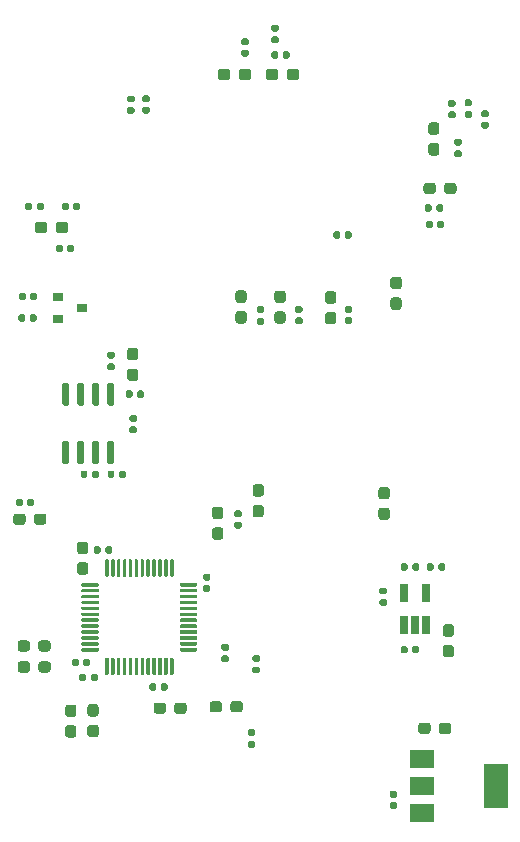
<source format=gbr>
%TF.GenerationSoftware,KiCad,Pcbnew,(5.1.6-0-10_14)*%
%TF.CreationDate,2020-12-05T10:50:09+01:00*%
%TF.ProjectId,Mys,4d79732e-6b69-4636-9164-5f7063625858,rev?*%
%TF.SameCoordinates,PX223cd58PY13c0734*%
%TF.FileFunction,Paste,Top*%
%TF.FilePolarity,Positive*%
%FSLAX46Y46*%
G04 Gerber Fmt 4.6, Leading zero omitted, Abs format (unit mm)*
G04 Created by KiCad (PCBNEW (5.1.6-0-10_14)) date 2020-12-05 10:50:09*
%MOMM*%
%LPD*%
G01*
G04 APERTURE LIST*
%ADD10R,0.900000X0.800000*%
%ADD11R,2.000000X1.500000*%
%ADD12R,2.000000X3.800000*%
%ADD13R,0.650000X1.560000*%
G04 APERTURE END LIST*
%TO.C,C33*%
G36*
G01*
X-625000Y-41962500D02*
X-625000Y-42437500D01*
G75*
G02*
X-862500Y-42675000I-237500J0D01*
G01*
X-1437500Y-42675000D01*
G75*
G02*
X-1675000Y-42437500I0J237500D01*
G01*
X-1675000Y-41962500D01*
G75*
G02*
X-1437500Y-41725000I237500J0D01*
G01*
X-862500Y-41725000D01*
G75*
G02*
X-625000Y-41962500I0J-237500D01*
G01*
G37*
G36*
G01*
X1125000Y-41962500D02*
X1125000Y-42437500D01*
G75*
G02*
X887500Y-42675000I-237500J0D01*
G01*
X312500Y-42675000D01*
G75*
G02*
X75000Y-42437500I0J237500D01*
G01*
X75000Y-41962500D01*
G75*
G02*
X312500Y-41725000I237500J0D01*
G01*
X887500Y-41725000D01*
G75*
G02*
X1125000Y-41962500I0J-237500D01*
G01*
G37*
%TD*%
%TO.C,C32*%
G36*
G01*
X-875000Y-40627500D02*
X-875000Y-40972500D01*
G75*
G02*
X-1022500Y-41120000I-147500J0D01*
G01*
X-1317500Y-41120000D01*
G75*
G02*
X-1465000Y-40972500I0J147500D01*
G01*
X-1465000Y-40627500D01*
G75*
G02*
X-1317500Y-40480000I147500J0D01*
G01*
X-1022500Y-40480000D01*
G75*
G02*
X-875000Y-40627500I0J-147500D01*
G01*
G37*
G36*
G01*
X95000Y-40627500D02*
X95000Y-40972500D01*
G75*
G02*
X-52500Y-41120000I-147500J0D01*
G01*
X-347500Y-41120000D01*
G75*
G02*
X-495000Y-40972500I0J147500D01*
G01*
X-495000Y-40627500D01*
G75*
G02*
X-347500Y-40480000I147500J0D01*
G01*
X-52500Y-40480000D01*
G75*
G02*
X95000Y-40627500I0J-147500D01*
G01*
G37*
%TD*%
%TO.C,U4*%
G36*
G01*
X6415500Y-35587500D02*
X6715500Y-35587500D01*
G75*
G02*
X6865500Y-35737500I0J-150000D01*
G01*
X6865500Y-37387500D01*
G75*
G02*
X6715500Y-37537500I-150000J0D01*
G01*
X6415500Y-37537500D01*
G75*
G02*
X6265500Y-37387500I0J150000D01*
G01*
X6265500Y-35737500D01*
G75*
G02*
X6415500Y-35587500I150000J0D01*
G01*
G37*
G36*
G01*
X5145500Y-35587500D02*
X5445500Y-35587500D01*
G75*
G02*
X5595500Y-35737500I0J-150000D01*
G01*
X5595500Y-37387500D01*
G75*
G02*
X5445500Y-37537500I-150000J0D01*
G01*
X5145500Y-37537500D01*
G75*
G02*
X4995500Y-37387500I0J150000D01*
G01*
X4995500Y-35737500D01*
G75*
G02*
X5145500Y-35587500I150000J0D01*
G01*
G37*
G36*
G01*
X3875500Y-35587500D02*
X4175500Y-35587500D01*
G75*
G02*
X4325500Y-35737500I0J-150000D01*
G01*
X4325500Y-37387500D01*
G75*
G02*
X4175500Y-37537500I-150000J0D01*
G01*
X3875500Y-37537500D01*
G75*
G02*
X3725500Y-37387500I0J150000D01*
G01*
X3725500Y-35737500D01*
G75*
G02*
X3875500Y-35587500I150000J0D01*
G01*
G37*
G36*
G01*
X2605500Y-35587500D02*
X2905500Y-35587500D01*
G75*
G02*
X3055500Y-35737500I0J-150000D01*
G01*
X3055500Y-37387500D01*
G75*
G02*
X2905500Y-37537500I-150000J0D01*
G01*
X2605500Y-37537500D01*
G75*
G02*
X2455500Y-37387500I0J150000D01*
G01*
X2455500Y-35737500D01*
G75*
G02*
X2605500Y-35587500I150000J0D01*
G01*
G37*
G36*
G01*
X2605500Y-30637500D02*
X2905500Y-30637500D01*
G75*
G02*
X3055500Y-30787500I0J-150000D01*
G01*
X3055500Y-32437500D01*
G75*
G02*
X2905500Y-32587500I-150000J0D01*
G01*
X2605500Y-32587500D01*
G75*
G02*
X2455500Y-32437500I0J150000D01*
G01*
X2455500Y-30787500D01*
G75*
G02*
X2605500Y-30637500I150000J0D01*
G01*
G37*
G36*
G01*
X3875500Y-30637500D02*
X4175500Y-30637500D01*
G75*
G02*
X4325500Y-30787500I0J-150000D01*
G01*
X4325500Y-32437500D01*
G75*
G02*
X4175500Y-32587500I-150000J0D01*
G01*
X3875500Y-32587500D01*
G75*
G02*
X3725500Y-32437500I0J150000D01*
G01*
X3725500Y-30787500D01*
G75*
G02*
X3875500Y-30637500I150000J0D01*
G01*
G37*
G36*
G01*
X5145500Y-30637500D02*
X5445500Y-30637500D01*
G75*
G02*
X5595500Y-30787500I0J-150000D01*
G01*
X5595500Y-32437500D01*
G75*
G02*
X5445500Y-32587500I-150000J0D01*
G01*
X5145500Y-32587500D01*
G75*
G02*
X4995500Y-32437500I0J150000D01*
G01*
X4995500Y-30787500D01*
G75*
G02*
X5145500Y-30637500I150000J0D01*
G01*
G37*
G36*
G01*
X6415500Y-30637500D02*
X6715500Y-30637500D01*
G75*
G02*
X6865500Y-30787500I0J-150000D01*
G01*
X6865500Y-32437500D01*
G75*
G02*
X6715500Y-32587500I-150000J0D01*
G01*
X6415500Y-32587500D01*
G75*
G02*
X6265500Y-32437500I0J150000D01*
G01*
X6265500Y-30787500D01*
G75*
G02*
X6415500Y-30637500I150000J0D01*
G01*
G37*
%TD*%
%TO.C,C1*%
G36*
G01*
X8107500Y-6327000D02*
X8452500Y-6327000D01*
G75*
G02*
X8600000Y-6474500I0J-147500D01*
G01*
X8600000Y-6769500D01*
G75*
G02*
X8452500Y-6917000I-147500J0D01*
G01*
X8107500Y-6917000D01*
G75*
G02*
X7960000Y-6769500I0J147500D01*
G01*
X7960000Y-6474500D01*
G75*
G02*
X8107500Y-6327000I147500J0D01*
G01*
G37*
G36*
G01*
X8107500Y-7297000D02*
X8452500Y-7297000D01*
G75*
G02*
X8600000Y-7444500I0J-147500D01*
G01*
X8600000Y-7739500D01*
G75*
G02*
X8452500Y-7887000I-147500J0D01*
G01*
X8107500Y-7887000D01*
G75*
G02*
X7960000Y-7739500I0J147500D01*
G01*
X7960000Y-7444500D01*
G75*
G02*
X8107500Y-7297000I147500J0D01*
G01*
G37*
%TD*%
%TO.C,C2*%
G36*
G01*
X20679000Y-24593000D02*
X21154000Y-24593000D01*
G75*
G02*
X21391500Y-24830500I0J-237500D01*
G01*
X21391500Y-25405500D01*
G75*
G02*
X21154000Y-25643000I-237500J0D01*
G01*
X20679000Y-25643000D01*
G75*
G02*
X20441500Y-25405500I0J237500D01*
G01*
X20441500Y-24830500D01*
G75*
G02*
X20679000Y-24593000I237500J0D01*
G01*
G37*
G36*
G01*
X20679000Y-22843000D02*
X21154000Y-22843000D01*
G75*
G02*
X21391500Y-23080500I0J-237500D01*
G01*
X21391500Y-23655500D01*
G75*
G02*
X21154000Y-23893000I-237500J0D01*
G01*
X20679000Y-23893000D01*
G75*
G02*
X20441500Y-23655500I0J237500D01*
G01*
X20441500Y-23080500D01*
G75*
G02*
X20679000Y-22843000I237500J0D01*
G01*
G37*
%TD*%
%TO.C,C3*%
G36*
G01*
X26547900Y-24134800D02*
X26892900Y-24134800D01*
G75*
G02*
X27040400Y-24282300I0J-147500D01*
G01*
X27040400Y-24577300D01*
G75*
G02*
X26892900Y-24724800I-147500J0D01*
G01*
X26547900Y-24724800D01*
G75*
G02*
X26400400Y-24577300I0J147500D01*
G01*
X26400400Y-24282300D01*
G75*
G02*
X26547900Y-24134800I147500J0D01*
G01*
G37*
G36*
G01*
X26547900Y-25104800D02*
X26892900Y-25104800D01*
G75*
G02*
X27040400Y-25252300I0J-147500D01*
G01*
X27040400Y-25547300D01*
G75*
G02*
X26892900Y-25694800I-147500J0D01*
G01*
X26547900Y-25694800D01*
G75*
G02*
X26400400Y-25547300I0J147500D01*
G01*
X26400400Y-25252300D01*
G75*
G02*
X26547900Y-25104800I147500J0D01*
G01*
G37*
%TD*%
%TO.C,C4*%
G36*
G01*
X30332500Y-66151200D02*
X30677500Y-66151200D01*
G75*
G02*
X30825000Y-66298700I0J-147500D01*
G01*
X30825000Y-66593700D01*
G75*
G02*
X30677500Y-66741200I-147500J0D01*
G01*
X30332500Y-66741200D01*
G75*
G02*
X30185000Y-66593700I0J147500D01*
G01*
X30185000Y-66298700D01*
G75*
G02*
X30332500Y-66151200I147500J0D01*
G01*
G37*
G36*
G01*
X30332500Y-65181200D02*
X30677500Y-65181200D01*
G75*
G02*
X30825000Y-65328700I0J-147500D01*
G01*
X30825000Y-65623700D01*
G75*
G02*
X30677500Y-65771200I-147500J0D01*
G01*
X30332500Y-65771200D01*
G75*
G02*
X30185000Y-65623700I0J147500D01*
G01*
X30185000Y-65328700D01*
G75*
G02*
X30332500Y-65181200I147500J0D01*
G01*
G37*
%TD*%
%TO.C,C5*%
G36*
G01*
X22331500Y-24147500D02*
X22676500Y-24147500D01*
G75*
G02*
X22824000Y-24295000I0J-147500D01*
G01*
X22824000Y-24590000D01*
G75*
G02*
X22676500Y-24737500I-147500J0D01*
G01*
X22331500Y-24737500D01*
G75*
G02*
X22184000Y-24590000I0J147500D01*
G01*
X22184000Y-24295000D01*
G75*
G02*
X22331500Y-24147500I147500J0D01*
G01*
G37*
G36*
G01*
X22331500Y-25117500D02*
X22676500Y-25117500D01*
G75*
G02*
X22824000Y-25265000I0J-147500D01*
G01*
X22824000Y-25560000D01*
G75*
G02*
X22676500Y-25707500I-147500J0D01*
G01*
X22331500Y-25707500D01*
G75*
G02*
X22184000Y-25560000I0J147500D01*
G01*
X22184000Y-25265000D01*
G75*
G02*
X22331500Y-25117500I147500J0D01*
G01*
G37*
%TD*%
%TO.C,C6*%
G36*
G01*
X24958900Y-22905200D02*
X25433900Y-22905200D01*
G75*
G02*
X25671400Y-23142700I0J-237500D01*
G01*
X25671400Y-23717700D01*
G75*
G02*
X25433900Y-23955200I-237500J0D01*
G01*
X24958900Y-23955200D01*
G75*
G02*
X24721400Y-23717700I0J237500D01*
G01*
X24721400Y-23142700D01*
G75*
G02*
X24958900Y-22905200I237500J0D01*
G01*
G37*
G36*
G01*
X24958900Y-24655200D02*
X25433900Y-24655200D01*
G75*
G02*
X25671400Y-24892700I0J-237500D01*
G01*
X25671400Y-25467700D01*
G75*
G02*
X25433900Y-25705200I-237500J0D01*
G01*
X24958900Y-25705200D01*
G75*
G02*
X24721400Y-25467700I0J237500D01*
G01*
X24721400Y-24892700D01*
G75*
G02*
X24958900Y-24655200I237500J0D01*
G01*
G37*
%TD*%
%TO.C,C7*%
G36*
G01*
X38079500Y-8544000D02*
X38424500Y-8544000D01*
G75*
G02*
X38572000Y-8691500I0J-147500D01*
G01*
X38572000Y-8986500D01*
G75*
G02*
X38424500Y-9134000I-147500J0D01*
G01*
X38079500Y-9134000D01*
G75*
G02*
X37932000Y-8986500I0J147500D01*
G01*
X37932000Y-8691500D01*
G75*
G02*
X38079500Y-8544000I147500J0D01*
G01*
G37*
G36*
G01*
X38079500Y-7574000D02*
X38424500Y-7574000D01*
G75*
G02*
X38572000Y-7721500I0J-147500D01*
G01*
X38572000Y-8016500D01*
G75*
G02*
X38424500Y-8164000I-147500J0D01*
G01*
X38079500Y-8164000D01*
G75*
G02*
X37932000Y-8016500I0J147500D01*
G01*
X37932000Y-7721500D01*
G75*
G02*
X38079500Y-7574000I147500J0D01*
G01*
G37*
%TD*%
%TO.C,C8*%
G36*
G01*
X32607660Y-60145880D02*
X32607660Y-59670880D01*
G75*
G02*
X32845160Y-59433380I237500J0D01*
G01*
X33420160Y-59433380D01*
G75*
G02*
X33657660Y-59670880I0J-237500D01*
G01*
X33657660Y-60145880D01*
G75*
G02*
X33420160Y-60383380I-237500J0D01*
G01*
X32845160Y-60383380D01*
G75*
G02*
X32607660Y-60145880I0J237500D01*
G01*
G37*
G36*
G01*
X34357660Y-60145880D02*
X34357660Y-59670880D01*
G75*
G02*
X34595160Y-59433380I237500J0D01*
G01*
X35170160Y-59433380D01*
G75*
G02*
X35407660Y-59670880I0J-237500D01*
G01*
X35407660Y-60145880D01*
G75*
G02*
X35170160Y-60383380I-237500J0D01*
G01*
X34595160Y-60383380D01*
G75*
G02*
X34357660Y-60145880I0J237500D01*
G01*
G37*
%TD*%
%TO.C,C9*%
G36*
G01*
X17377000Y-24579000D02*
X17852000Y-24579000D01*
G75*
G02*
X18089500Y-24816500I0J-237500D01*
G01*
X18089500Y-25391500D01*
G75*
G02*
X17852000Y-25629000I-237500J0D01*
G01*
X17377000Y-25629000D01*
G75*
G02*
X17139500Y-25391500I0J237500D01*
G01*
X17139500Y-24816500D01*
G75*
G02*
X17377000Y-24579000I237500J0D01*
G01*
G37*
G36*
G01*
X17377000Y-22829000D02*
X17852000Y-22829000D01*
G75*
G02*
X18089500Y-23066500I0J-237500D01*
G01*
X18089500Y-23641500D01*
G75*
G02*
X17852000Y-23879000I-237500J0D01*
G01*
X17377000Y-23879000D01*
G75*
G02*
X17139500Y-23641500I0J237500D01*
G01*
X17139500Y-23066500D01*
G75*
G02*
X17377000Y-22829000I237500J0D01*
G01*
G37*
%TD*%
%TO.C,C10*%
G36*
G01*
X19093000Y-24170500D02*
X19438000Y-24170500D01*
G75*
G02*
X19585500Y-24318000I0J-147500D01*
G01*
X19585500Y-24613000D01*
G75*
G02*
X19438000Y-24760500I-147500J0D01*
G01*
X19093000Y-24760500D01*
G75*
G02*
X18945500Y-24613000I0J147500D01*
G01*
X18945500Y-24318000D01*
G75*
G02*
X19093000Y-24170500I147500J0D01*
G01*
G37*
G36*
G01*
X19093000Y-25140500D02*
X19438000Y-25140500D01*
G75*
G02*
X19585500Y-25288000I0J-147500D01*
G01*
X19585500Y-25583000D01*
G75*
G02*
X19438000Y-25730500I-147500J0D01*
G01*
X19093000Y-25730500D01*
G75*
G02*
X18945500Y-25583000I0J147500D01*
G01*
X18945500Y-25288000D01*
G75*
G02*
X19093000Y-25140500I147500J0D01*
G01*
G37*
%TD*%
%TO.C,C11*%
G36*
G01*
X26020000Y-17960500D02*
X26020000Y-18305500D01*
G75*
G02*
X25872500Y-18453000I-147500J0D01*
G01*
X25577500Y-18453000D01*
G75*
G02*
X25430000Y-18305500I0J147500D01*
G01*
X25430000Y-17960500D01*
G75*
G02*
X25577500Y-17813000I147500J0D01*
G01*
X25872500Y-17813000D01*
G75*
G02*
X26020000Y-17960500I0J-147500D01*
G01*
G37*
G36*
G01*
X26990000Y-17960500D02*
X26990000Y-18305500D01*
G75*
G02*
X26842500Y-18453000I-147500J0D01*
G01*
X26547500Y-18453000D01*
G75*
G02*
X26400000Y-18305500I0J147500D01*
G01*
X26400000Y-17960500D01*
G75*
G02*
X26547500Y-17813000I147500J0D01*
G01*
X26842500Y-17813000D01*
G75*
G02*
X26990000Y-17960500I0J-147500D01*
G01*
G37*
%TD*%
%TO.C,C12*%
G36*
G01*
X32676780Y-53070920D02*
X32676780Y-53415920D01*
G75*
G02*
X32529280Y-53563420I-147500J0D01*
G01*
X32234280Y-53563420D01*
G75*
G02*
X32086780Y-53415920I0J147500D01*
G01*
X32086780Y-53070920D01*
G75*
G02*
X32234280Y-52923420I147500J0D01*
G01*
X32529280Y-52923420D01*
G75*
G02*
X32676780Y-53070920I0J-147500D01*
G01*
G37*
G36*
G01*
X31706780Y-53070920D02*
X31706780Y-53415920D01*
G75*
G02*
X31559280Y-53563420I-147500J0D01*
G01*
X31264280Y-53563420D01*
G75*
G02*
X31116780Y-53415920I0J147500D01*
G01*
X31116780Y-53070920D01*
G75*
G02*
X31264280Y-52923420I147500J0D01*
G01*
X31559280Y-52923420D01*
G75*
G02*
X31706780Y-53070920I0J-147500D01*
G01*
G37*
%TD*%
%TO.C,C13*%
G36*
G01*
X34228000Y-17416500D02*
X34228000Y-17071500D01*
G75*
G02*
X34375500Y-16924000I147500J0D01*
G01*
X34670500Y-16924000D01*
G75*
G02*
X34818000Y-17071500I0J-147500D01*
G01*
X34818000Y-17416500D01*
G75*
G02*
X34670500Y-17564000I-147500J0D01*
G01*
X34375500Y-17564000D01*
G75*
G02*
X34228000Y-17416500I0J147500D01*
G01*
G37*
G36*
G01*
X33258000Y-17416500D02*
X33258000Y-17071500D01*
G75*
G02*
X33405500Y-16924000I147500J0D01*
G01*
X33700500Y-16924000D01*
G75*
G02*
X33848000Y-17071500I0J-147500D01*
G01*
X33848000Y-17416500D01*
G75*
G02*
X33700500Y-17564000I-147500J0D01*
G01*
X33405500Y-17564000D01*
G75*
G02*
X33258000Y-17416500I0J147500D01*
G01*
G37*
%TD*%
%TO.C,C14*%
G36*
G01*
X17520300Y-42024600D02*
X17175300Y-42024600D01*
G75*
G02*
X17027800Y-41877100I0J147500D01*
G01*
X17027800Y-41582100D01*
G75*
G02*
X17175300Y-41434600I147500J0D01*
G01*
X17520300Y-41434600D01*
G75*
G02*
X17667800Y-41582100I0J-147500D01*
G01*
X17667800Y-41877100D01*
G75*
G02*
X17520300Y-42024600I-147500J0D01*
G01*
G37*
G36*
G01*
X17520300Y-42994600D02*
X17175300Y-42994600D01*
G75*
G02*
X17027800Y-42847100I0J147500D01*
G01*
X17027800Y-42552100D01*
G75*
G02*
X17175300Y-42404600I147500J0D01*
G01*
X17520300Y-42404600D01*
G75*
G02*
X17667800Y-42552100I0J-147500D01*
G01*
X17667800Y-42847100D01*
G75*
G02*
X17520300Y-42994600I-147500J0D01*
G01*
G37*
%TD*%
%TO.C,C15*%
G36*
G01*
X29824060Y-48570460D02*
X29479060Y-48570460D01*
G75*
G02*
X29331560Y-48422960I0J147500D01*
G01*
X29331560Y-48127960D01*
G75*
G02*
X29479060Y-47980460I147500J0D01*
G01*
X29824060Y-47980460D01*
G75*
G02*
X29971560Y-48127960I0J-147500D01*
G01*
X29971560Y-48422960D01*
G75*
G02*
X29824060Y-48570460I-147500J0D01*
G01*
G37*
G36*
G01*
X29824060Y-49540460D02*
X29479060Y-49540460D01*
G75*
G02*
X29331560Y-49392960I0J147500D01*
G01*
X29331560Y-49097960D01*
G75*
G02*
X29479060Y-48950460I147500J0D01*
G01*
X29824060Y-48950460D01*
G75*
G02*
X29971560Y-49097960I0J-147500D01*
G01*
X29971560Y-49392960D01*
G75*
G02*
X29824060Y-49540460I-147500J0D01*
G01*
G37*
%TD*%
%TO.C,C16*%
G36*
G01*
X15870800Y-43941100D02*
X15395800Y-43941100D01*
G75*
G02*
X15158300Y-43703600I0J237500D01*
G01*
X15158300Y-43128600D01*
G75*
G02*
X15395800Y-42891100I237500J0D01*
G01*
X15870800Y-42891100D01*
G75*
G02*
X16108300Y-43128600I0J-237500D01*
G01*
X16108300Y-43703600D01*
G75*
G02*
X15870800Y-43941100I-237500J0D01*
G01*
G37*
G36*
G01*
X15870800Y-42191100D02*
X15395800Y-42191100D01*
G75*
G02*
X15158300Y-41953600I0J237500D01*
G01*
X15158300Y-41378600D01*
G75*
G02*
X15395800Y-41141100I237500J0D01*
G01*
X15870800Y-41141100D01*
G75*
G02*
X16108300Y-41378600I0J-237500D01*
G01*
X16108300Y-41953600D01*
G75*
G02*
X15870800Y-42191100I-237500J0D01*
G01*
G37*
%TD*%
%TO.C,C17*%
G36*
G01*
X3980000Y-15547500D02*
X3980000Y-15892500D01*
G75*
G02*
X3832500Y-16040000I-147500J0D01*
G01*
X3537500Y-16040000D01*
G75*
G02*
X3390000Y-15892500I0J147500D01*
G01*
X3390000Y-15547500D01*
G75*
G02*
X3537500Y-15400000I147500J0D01*
G01*
X3832500Y-15400000D01*
G75*
G02*
X3980000Y-15547500I0J-147500D01*
G01*
G37*
G36*
G01*
X3010000Y-15547500D02*
X3010000Y-15892500D01*
G75*
G02*
X2862500Y-16040000I-147500J0D01*
G01*
X2567500Y-16040000D01*
G75*
G02*
X2420000Y-15892500I0J147500D01*
G01*
X2420000Y-15547500D01*
G75*
G02*
X2567500Y-15400000I147500J0D01*
G01*
X2862500Y-15400000D01*
G75*
G02*
X3010000Y-15547500I0J-147500D01*
G01*
G37*
%TD*%
%TO.C,C18*%
G36*
G01*
X8194900Y-27696600D02*
X8669900Y-27696600D01*
G75*
G02*
X8907400Y-27934100I0J-237500D01*
G01*
X8907400Y-28509100D01*
G75*
G02*
X8669900Y-28746600I-237500J0D01*
G01*
X8194900Y-28746600D01*
G75*
G02*
X7957400Y-28509100I0J237500D01*
G01*
X7957400Y-27934100D01*
G75*
G02*
X8194900Y-27696600I237500J0D01*
G01*
G37*
G36*
G01*
X8194900Y-29446600D02*
X8669900Y-29446600D01*
G75*
G02*
X8907400Y-29684100I0J-237500D01*
G01*
X8907400Y-30259100D01*
G75*
G02*
X8669900Y-30496600I-237500J0D01*
G01*
X8194900Y-30496600D01*
G75*
G02*
X7957400Y-30259100I0J237500D01*
G01*
X7957400Y-29684100D01*
G75*
G02*
X8194900Y-29446600I237500J0D01*
G01*
G37*
%TD*%
%TO.C,C19*%
G36*
G01*
X9400500Y-31440000D02*
X9400500Y-31785000D01*
G75*
G02*
X9253000Y-31932500I-147500J0D01*
G01*
X8958000Y-31932500D01*
G75*
G02*
X8810500Y-31785000I0J147500D01*
G01*
X8810500Y-31440000D01*
G75*
G02*
X8958000Y-31292500I147500J0D01*
G01*
X9253000Y-31292500D01*
G75*
G02*
X9400500Y-31440000I0J-147500D01*
G01*
G37*
G36*
G01*
X8430500Y-31440000D02*
X8430500Y-31785000D01*
G75*
G02*
X8283000Y-31932500I-147500J0D01*
G01*
X7988000Y-31932500D01*
G75*
G02*
X7840500Y-31785000I0J147500D01*
G01*
X7840500Y-31440000D01*
G75*
G02*
X7988000Y-31292500I147500J0D01*
G01*
X8283000Y-31292500D01*
G75*
G02*
X8430500Y-31440000I0J-147500D01*
G01*
G37*
%TD*%
%TO.C,C22*%
G36*
G01*
X6305000Y-38570000D02*
X6305000Y-38225000D01*
G75*
G02*
X6452500Y-38077500I147500J0D01*
G01*
X6747500Y-38077500D01*
G75*
G02*
X6895000Y-38225000I0J-147500D01*
G01*
X6895000Y-38570000D01*
G75*
G02*
X6747500Y-38717500I-147500J0D01*
G01*
X6452500Y-38717500D01*
G75*
G02*
X6305000Y-38570000I0J147500D01*
G01*
G37*
G36*
G01*
X7275000Y-38570000D02*
X7275000Y-38225000D01*
G75*
G02*
X7422500Y-38077500I147500J0D01*
G01*
X7717500Y-38077500D01*
G75*
G02*
X7865000Y-38225000I0J-147500D01*
G01*
X7865000Y-38570000D01*
G75*
G02*
X7717500Y-38717500I-147500J0D01*
G01*
X7422500Y-38717500D01*
G75*
G02*
X7275000Y-38570000I0J147500D01*
G01*
G37*
%TD*%
%TO.C,C23*%
G36*
G01*
X8298000Y-34342500D02*
X8643000Y-34342500D01*
G75*
G02*
X8790500Y-34490000I0J-147500D01*
G01*
X8790500Y-34785000D01*
G75*
G02*
X8643000Y-34932500I-147500J0D01*
G01*
X8298000Y-34932500D01*
G75*
G02*
X8150500Y-34785000I0J147500D01*
G01*
X8150500Y-34490000D01*
G75*
G02*
X8298000Y-34342500I147500J0D01*
G01*
G37*
G36*
G01*
X8298000Y-33372500D02*
X8643000Y-33372500D01*
G75*
G02*
X8790500Y-33520000I0J-147500D01*
G01*
X8790500Y-33815000D01*
G75*
G02*
X8643000Y-33962500I-147500J0D01*
G01*
X8298000Y-33962500D01*
G75*
G02*
X8150500Y-33815000I0J147500D01*
G01*
X8150500Y-33520000D01*
G75*
G02*
X8298000Y-33372500I147500J0D01*
G01*
G37*
%TD*%
%TO.C,C24*%
G36*
G01*
X18676000Y-61544500D02*
X18331000Y-61544500D01*
G75*
G02*
X18183500Y-61397000I0J147500D01*
G01*
X18183500Y-61102000D01*
G75*
G02*
X18331000Y-60954500I147500J0D01*
G01*
X18676000Y-60954500D01*
G75*
G02*
X18823500Y-61102000I0J-147500D01*
G01*
X18823500Y-61397000D01*
G75*
G02*
X18676000Y-61544500I-147500J0D01*
G01*
G37*
G36*
G01*
X18676000Y-60574500D02*
X18331000Y-60574500D01*
G75*
G02*
X18183500Y-60427000I0J147500D01*
G01*
X18183500Y-60132000D01*
G75*
G02*
X18331000Y-59984500I147500J0D01*
G01*
X18676000Y-59984500D01*
G75*
G02*
X18823500Y-60132000I0J-147500D01*
G01*
X18823500Y-60427000D01*
G75*
G02*
X18676000Y-60574500I-147500J0D01*
G01*
G37*
%TD*%
%TO.C,C25*%
G36*
G01*
X4437500Y-45150000D02*
X3962500Y-45150000D01*
G75*
G02*
X3725000Y-44912500I0J237500D01*
G01*
X3725000Y-44337500D01*
G75*
G02*
X3962500Y-44100000I237500J0D01*
G01*
X4437500Y-44100000D01*
G75*
G02*
X4675000Y-44337500I0J-237500D01*
G01*
X4675000Y-44912500D01*
G75*
G02*
X4437500Y-45150000I-237500J0D01*
G01*
G37*
G36*
G01*
X4437500Y-46900000D02*
X3962500Y-46900000D01*
G75*
G02*
X3725000Y-46662500I0J237500D01*
G01*
X3725000Y-46087500D01*
G75*
G02*
X3962500Y-45850000I237500J0D01*
G01*
X4437500Y-45850000D01*
G75*
G02*
X4675000Y-46087500I0J-237500D01*
G01*
X4675000Y-46662500D01*
G75*
G02*
X4437500Y-46900000I-237500J0D01*
G01*
G37*
%TD*%
%TO.C,C26*%
G36*
G01*
X4828500Y-54155500D02*
X4828500Y-54500500D01*
G75*
G02*
X4681000Y-54648000I-147500J0D01*
G01*
X4386000Y-54648000D01*
G75*
G02*
X4238500Y-54500500I0J147500D01*
G01*
X4238500Y-54155500D01*
G75*
G02*
X4386000Y-54008000I147500J0D01*
G01*
X4681000Y-54008000D01*
G75*
G02*
X4828500Y-54155500I0J-147500D01*
G01*
G37*
G36*
G01*
X3858500Y-54155500D02*
X3858500Y-54500500D01*
G75*
G02*
X3711000Y-54648000I-147500J0D01*
G01*
X3416000Y-54648000D01*
G75*
G02*
X3268500Y-54500500I0J147500D01*
G01*
X3268500Y-54155500D01*
G75*
G02*
X3416000Y-54008000I147500J0D01*
G01*
X3711000Y-54008000D01*
G75*
G02*
X3858500Y-54155500I0J-147500D01*
G01*
G37*
%TD*%
%TO.C,C27*%
G36*
G01*
X6105000Y-44972500D02*
X6105000Y-44627500D01*
G75*
G02*
X6252500Y-44480000I147500J0D01*
G01*
X6547500Y-44480000D01*
G75*
G02*
X6695000Y-44627500I0J-147500D01*
G01*
X6695000Y-44972500D01*
G75*
G02*
X6547500Y-45120000I-147500J0D01*
G01*
X6252500Y-45120000D01*
G75*
G02*
X6105000Y-44972500I0J147500D01*
G01*
G37*
G36*
G01*
X5135000Y-44972500D02*
X5135000Y-44627500D01*
G75*
G02*
X5282500Y-44480000I147500J0D01*
G01*
X5577500Y-44480000D01*
G75*
G02*
X5725000Y-44627500I0J-147500D01*
G01*
X5725000Y-44972500D01*
G75*
G02*
X5577500Y-45120000I-147500J0D01*
G01*
X5282500Y-45120000D01*
G75*
G02*
X5135000Y-44972500I0J147500D01*
G01*
G37*
%TD*%
%TO.C,C28*%
G36*
G01*
X5463500Y-55425500D02*
X5463500Y-55770500D01*
G75*
G02*
X5316000Y-55918000I-147500J0D01*
G01*
X5021000Y-55918000D01*
G75*
G02*
X4873500Y-55770500I0J147500D01*
G01*
X4873500Y-55425500D01*
G75*
G02*
X5021000Y-55278000I147500J0D01*
G01*
X5316000Y-55278000D01*
G75*
G02*
X5463500Y-55425500I0J-147500D01*
G01*
G37*
G36*
G01*
X4493500Y-55425500D02*
X4493500Y-55770500D01*
G75*
G02*
X4346000Y-55918000I-147500J0D01*
G01*
X4051000Y-55918000D01*
G75*
G02*
X3903500Y-55770500I0J147500D01*
G01*
X3903500Y-55425500D01*
G75*
G02*
X4051000Y-55278000I147500J0D01*
G01*
X4346000Y-55278000D01*
G75*
G02*
X4493500Y-55425500I0J-147500D01*
G01*
G37*
%TD*%
%TO.C,C29*%
G36*
G01*
X10425000Y-56227500D02*
X10425000Y-56572500D01*
G75*
G02*
X10277500Y-56720000I-147500J0D01*
G01*
X9982500Y-56720000D01*
G75*
G02*
X9835000Y-56572500I0J147500D01*
G01*
X9835000Y-56227500D01*
G75*
G02*
X9982500Y-56080000I147500J0D01*
G01*
X10277500Y-56080000D01*
G75*
G02*
X10425000Y-56227500I0J-147500D01*
G01*
G37*
G36*
G01*
X11395000Y-56227500D02*
X11395000Y-56572500D01*
G75*
G02*
X11247500Y-56720000I-147500J0D01*
G01*
X10952500Y-56720000D01*
G75*
G02*
X10805000Y-56572500I0J147500D01*
G01*
X10805000Y-56227500D01*
G75*
G02*
X10952500Y-56080000I147500J0D01*
G01*
X11247500Y-56080000D01*
G75*
G02*
X11395000Y-56227500I0J-147500D01*
G01*
G37*
%TD*%
%TO.C,C30*%
G36*
G01*
X14527500Y-47775000D02*
X14872500Y-47775000D01*
G75*
G02*
X15020000Y-47922500I0J-147500D01*
G01*
X15020000Y-48217500D01*
G75*
G02*
X14872500Y-48365000I-147500J0D01*
G01*
X14527500Y-48365000D01*
G75*
G02*
X14380000Y-48217500I0J147500D01*
G01*
X14380000Y-47922500D01*
G75*
G02*
X14527500Y-47775000I147500J0D01*
G01*
G37*
G36*
G01*
X14527500Y-46805000D02*
X14872500Y-46805000D01*
G75*
G02*
X15020000Y-46952500I0J-147500D01*
G01*
X15020000Y-47247500D01*
G75*
G02*
X14872500Y-47395000I-147500J0D01*
G01*
X14527500Y-47395000D01*
G75*
G02*
X14380000Y-47247500I0J147500D01*
G01*
X14380000Y-46952500D01*
G75*
G02*
X14527500Y-46805000I147500J0D01*
G01*
G37*
%TD*%
%TO.C,C31*%
G36*
G01*
X11251080Y-57961460D02*
X11251080Y-58436460D01*
G75*
G02*
X11013580Y-58673960I-237500J0D01*
G01*
X10438580Y-58673960D01*
G75*
G02*
X10201080Y-58436460I0J237500D01*
G01*
X10201080Y-57961460D01*
G75*
G02*
X10438580Y-57723960I237500J0D01*
G01*
X11013580Y-57723960D01*
G75*
G02*
X11251080Y-57961460I0J-237500D01*
G01*
G37*
G36*
G01*
X13001080Y-57961460D02*
X13001080Y-58436460D01*
G75*
G02*
X12763580Y-58673960I-237500J0D01*
G01*
X12188580Y-58673960D01*
G75*
G02*
X11951080Y-58436460I0J237500D01*
G01*
X11951080Y-57961460D01*
G75*
G02*
X12188580Y-57723960I237500J0D01*
G01*
X12763580Y-57723960D01*
G75*
G02*
X13001080Y-57961460I0J-237500D01*
G01*
G37*
%TD*%
%TO.C,D1*%
G36*
G01*
X17407000Y-4781500D02*
X17407000Y-4306500D01*
G75*
G02*
X17644500Y-4069000I237500J0D01*
G01*
X18219500Y-4069000D01*
G75*
G02*
X18457000Y-4306500I0J-237500D01*
G01*
X18457000Y-4781500D01*
G75*
G02*
X18219500Y-5019000I-237500J0D01*
G01*
X17644500Y-5019000D01*
G75*
G02*
X17407000Y-4781500I0J237500D01*
G01*
G37*
G36*
G01*
X15657000Y-4781500D02*
X15657000Y-4306500D01*
G75*
G02*
X15894500Y-4069000I237500J0D01*
G01*
X16469500Y-4069000D01*
G75*
G02*
X16707000Y-4306500I0J-237500D01*
G01*
X16707000Y-4781500D01*
G75*
G02*
X16469500Y-5019000I-237500J0D01*
G01*
X15894500Y-5019000D01*
G75*
G02*
X15657000Y-4781500I0J237500D01*
G01*
G37*
%TD*%
%TO.C,D2*%
G36*
G01*
X34171500Y-11405000D02*
X33696500Y-11405000D01*
G75*
G02*
X33459000Y-11167500I0J237500D01*
G01*
X33459000Y-10592500D01*
G75*
G02*
X33696500Y-10355000I237500J0D01*
G01*
X34171500Y-10355000D01*
G75*
G02*
X34409000Y-10592500I0J-237500D01*
G01*
X34409000Y-11167500D01*
G75*
G02*
X34171500Y-11405000I-237500J0D01*
G01*
G37*
G36*
G01*
X34171500Y-9655000D02*
X33696500Y-9655000D01*
G75*
G02*
X33459000Y-9417500I0J237500D01*
G01*
X33459000Y-8842500D01*
G75*
G02*
X33696500Y-8605000I237500J0D01*
G01*
X34171500Y-8605000D01*
G75*
G02*
X34409000Y-8842500I0J-237500D01*
G01*
X34409000Y-9417500D01*
G75*
G02*
X34171500Y-9655000I-237500J0D01*
G01*
G37*
%TD*%
%TO.C,D3*%
G36*
G01*
X20771000Y-4306500D02*
X20771000Y-4781500D01*
G75*
G02*
X20533500Y-5019000I-237500J0D01*
G01*
X19958500Y-5019000D01*
G75*
G02*
X19721000Y-4781500I0J237500D01*
G01*
X19721000Y-4306500D01*
G75*
G02*
X19958500Y-4069000I237500J0D01*
G01*
X20533500Y-4069000D01*
G75*
G02*
X20771000Y-4306500I0J-237500D01*
G01*
G37*
G36*
G01*
X22521000Y-4306500D02*
X22521000Y-4781500D01*
G75*
G02*
X22283500Y-5019000I-237500J0D01*
G01*
X21708500Y-5019000D01*
G75*
G02*
X21471000Y-4781500I0J237500D01*
G01*
X21471000Y-4306500D01*
G75*
G02*
X21708500Y-4069000I237500J0D01*
G01*
X22283500Y-4069000D01*
G75*
G02*
X22521000Y-4306500I0J-237500D01*
G01*
G37*
%TD*%
%TO.C,D4*%
G36*
G01*
X35856000Y-13958500D02*
X35856000Y-14433500D01*
G75*
G02*
X35618500Y-14671000I-237500J0D01*
G01*
X35043500Y-14671000D01*
G75*
G02*
X34806000Y-14433500I0J237500D01*
G01*
X34806000Y-13958500D01*
G75*
G02*
X35043500Y-13721000I237500J0D01*
G01*
X35618500Y-13721000D01*
G75*
G02*
X35856000Y-13958500I0J-237500D01*
G01*
G37*
G36*
G01*
X34106000Y-13958500D02*
X34106000Y-14433500D01*
G75*
G02*
X33868500Y-14671000I-237500J0D01*
G01*
X33293500Y-14671000D01*
G75*
G02*
X33056000Y-14433500I0J237500D01*
G01*
X33056000Y-13958500D01*
G75*
G02*
X33293500Y-13721000I237500J0D01*
G01*
X33868500Y-13721000D01*
G75*
G02*
X34106000Y-13958500I0J-237500D01*
G01*
G37*
%TD*%
%TO.C,D5*%
G36*
G01*
X2963000Y-17260500D02*
X2963000Y-17735500D01*
G75*
G02*
X2725500Y-17973000I-237500J0D01*
G01*
X2150500Y-17973000D01*
G75*
G02*
X1913000Y-17735500I0J237500D01*
G01*
X1913000Y-17260500D01*
G75*
G02*
X2150500Y-17023000I237500J0D01*
G01*
X2725500Y-17023000D01*
G75*
G02*
X2963000Y-17260500I0J-237500D01*
G01*
G37*
G36*
G01*
X1213000Y-17260500D02*
X1213000Y-17735500D01*
G75*
G02*
X975500Y-17973000I-237500J0D01*
G01*
X400500Y-17973000D01*
G75*
G02*
X163000Y-17735500I0J237500D01*
G01*
X163000Y-17260500D01*
G75*
G02*
X400500Y-17023000I237500J0D01*
G01*
X975500Y-17023000D01*
G75*
G02*
X1213000Y-17260500I0J-237500D01*
G01*
G37*
%TD*%
%TO.C,D6*%
G36*
G01*
X2962500Y-59645000D02*
X3437500Y-59645000D01*
G75*
G02*
X3675000Y-59882500I0J-237500D01*
G01*
X3675000Y-60457500D01*
G75*
G02*
X3437500Y-60695000I-237500J0D01*
G01*
X2962500Y-60695000D01*
G75*
G02*
X2725000Y-60457500I0J237500D01*
G01*
X2725000Y-59882500D01*
G75*
G02*
X2962500Y-59645000I237500J0D01*
G01*
G37*
G36*
G01*
X2962500Y-57895000D02*
X3437500Y-57895000D01*
G75*
G02*
X3675000Y-58132500I0J-237500D01*
G01*
X3675000Y-58707500D01*
G75*
G02*
X3437500Y-58945000I-237500J0D01*
G01*
X2962500Y-58945000D01*
G75*
G02*
X2725000Y-58707500I0J237500D01*
G01*
X2725000Y-58132500D01*
G75*
G02*
X2962500Y-57895000I237500J0D01*
G01*
G37*
%TD*%
%TO.C,D7*%
G36*
G01*
X1488500Y-52693500D02*
X1488500Y-53168500D01*
G75*
G02*
X1251000Y-53406000I-237500J0D01*
G01*
X676000Y-53406000D01*
G75*
G02*
X438500Y-53168500I0J237500D01*
G01*
X438500Y-52693500D01*
G75*
G02*
X676000Y-52456000I237500J0D01*
G01*
X1251000Y-52456000D01*
G75*
G02*
X1488500Y-52693500I0J-237500D01*
G01*
G37*
G36*
G01*
X-261500Y-52693500D02*
X-261500Y-53168500D01*
G75*
G02*
X-499000Y-53406000I-237500J0D01*
G01*
X-1074000Y-53406000D01*
G75*
G02*
X-1311500Y-53168500I0J237500D01*
G01*
X-1311500Y-52693500D01*
G75*
G02*
X-1074000Y-52456000I237500J0D01*
G01*
X-499000Y-52456000D01*
G75*
G02*
X-261500Y-52693500I0J-237500D01*
G01*
G37*
%TD*%
%TO.C,FB1*%
G36*
G01*
X17757200Y-57844620D02*
X17757200Y-58319620D01*
G75*
G02*
X17519700Y-58557120I-237500J0D01*
G01*
X16944700Y-58557120D01*
G75*
G02*
X16707200Y-58319620I0J237500D01*
G01*
X16707200Y-57844620D01*
G75*
G02*
X16944700Y-57607120I237500J0D01*
G01*
X17519700Y-57607120D01*
G75*
G02*
X17757200Y-57844620I0J-237500D01*
G01*
G37*
G36*
G01*
X16007200Y-57844620D02*
X16007200Y-58319620D01*
G75*
G02*
X15769700Y-58557120I-237500J0D01*
G01*
X15194700Y-58557120D01*
G75*
G02*
X14957200Y-58319620I0J237500D01*
G01*
X14957200Y-57844620D01*
G75*
G02*
X15194700Y-57607120I237500J0D01*
G01*
X15769700Y-57607120D01*
G75*
G02*
X16007200Y-57844620I0J-237500D01*
G01*
G37*
%TD*%
D10*
%TO.C,Q1*%
X2128880Y-23379760D03*
X2128880Y-25279760D03*
X4128880Y-24329760D03*
%TD*%
%TO.C,R1*%
G36*
G01*
X18104500Y-3038000D02*
X17759500Y-3038000D01*
G75*
G02*
X17612000Y-2890500I0J147500D01*
G01*
X17612000Y-2595500D01*
G75*
G02*
X17759500Y-2448000I147500J0D01*
G01*
X18104500Y-2448000D01*
G75*
G02*
X18252000Y-2595500I0J-147500D01*
G01*
X18252000Y-2890500D01*
G75*
G02*
X18104500Y-3038000I-147500J0D01*
G01*
G37*
G36*
G01*
X18104500Y-2068000D02*
X17759500Y-2068000D01*
G75*
G02*
X17612000Y-1920500I0J147500D01*
G01*
X17612000Y-1625500D01*
G75*
G02*
X17759500Y-1478000I147500J0D01*
G01*
X18104500Y-1478000D01*
G75*
G02*
X18252000Y-1625500I0J-147500D01*
G01*
X18252000Y-1920500D01*
G75*
G02*
X18104500Y-2068000I-147500J0D01*
G01*
G37*
%TD*%
%TO.C,R2*%
G36*
G01*
X9722500Y-6894000D02*
X9377500Y-6894000D01*
G75*
G02*
X9230000Y-6746500I0J147500D01*
G01*
X9230000Y-6451500D01*
G75*
G02*
X9377500Y-6304000I147500J0D01*
G01*
X9722500Y-6304000D01*
G75*
G02*
X9870000Y-6451500I0J-147500D01*
G01*
X9870000Y-6746500D01*
G75*
G02*
X9722500Y-6894000I-147500J0D01*
G01*
G37*
G36*
G01*
X9722500Y-7864000D02*
X9377500Y-7864000D01*
G75*
G02*
X9230000Y-7716500I0J147500D01*
G01*
X9230000Y-7421500D01*
G75*
G02*
X9377500Y-7274000I147500J0D01*
G01*
X9722500Y-7274000D01*
G75*
G02*
X9870000Y-7421500I0J-147500D01*
G01*
X9870000Y-7716500D01*
G75*
G02*
X9722500Y-7864000I-147500J0D01*
G01*
G37*
%TD*%
%TO.C,R3*%
G36*
G01*
X36138500Y-11547000D02*
X35793500Y-11547000D01*
G75*
G02*
X35646000Y-11399500I0J147500D01*
G01*
X35646000Y-11104500D01*
G75*
G02*
X35793500Y-10957000I147500J0D01*
G01*
X36138500Y-10957000D01*
G75*
G02*
X36286000Y-11104500I0J-147500D01*
G01*
X36286000Y-11399500D01*
G75*
G02*
X36138500Y-11547000I-147500J0D01*
G01*
G37*
G36*
G01*
X36138500Y-10577000D02*
X35793500Y-10577000D01*
G75*
G02*
X35646000Y-10429500I0J147500D01*
G01*
X35646000Y-10134500D01*
G75*
G02*
X35793500Y-9987000I147500J0D01*
G01*
X36138500Y-9987000D01*
G75*
G02*
X36286000Y-10134500I0J-147500D01*
G01*
X36286000Y-10429500D01*
G75*
G02*
X36138500Y-10577000I-147500J0D01*
G01*
G37*
%TD*%
%TO.C,R4*%
G36*
G01*
X37027500Y-7252000D02*
X36682500Y-7252000D01*
G75*
G02*
X36535000Y-7104500I0J147500D01*
G01*
X36535000Y-6809500D01*
G75*
G02*
X36682500Y-6662000I147500J0D01*
G01*
X37027500Y-6662000D01*
G75*
G02*
X37175000Y-6809500I0J-147500D01*
G01*
X37175000Y-7104500D01*
G75*
G02*
X37027500Y-7252000I-147500J0D01*
G01*
G37*
G36*
G01*
X37027500Y-8222000D02*
X36682500Y-8222000D01*
G75*
G02*
X36535000Y-8074500I0J147500D01*
G01*
X36535000Y-7779500D01*
G75*
G02*
X36682500Y-7632000I147500J0D01*
G01*
X37027500Y-7632000D01*
G75*
G02*
X37175000Y-7779500I0J-147500D01*
G01*
X37175000Y-8074500D01*
G75*
G02*
X37027500Y-8222000I-147500J0D01*
G01*
G37*
%TD*%
%TO.C,R5*%
G36*
G01*
X30496100Y-21674600D02*
X30971100Y-21674600D01*
G75*
G02*
X31208600Y-21912100I0J-237500D01*
G01*
X31208600Y-22487100D01*
G75*
G02*
X30971100Y-22724600I-237500J0D01*
G01*
X30496100Y-22724600D01*
G75*
G02*
X30258600Y-22487100I0J237500D01*
G01*
X30258600Y-21912100D01*
G75*
G02*
X30496100Y-21674600I237500J0D01*
G01*
G37*
G36*
G01*
X30496100Y-23424600D02*
X30971100Y-23424600D01*
G75*
G02*
X31208600Y-23662100I0J-237500D01*
G01*
X31208600Y-24237100D01*
G75*
G02*
X30971100Y-24474600I-237500J0D01*
G01*
X30496100Y-24474600D01*
G75*
G02*
X30258600Y-24237100I0J237500D01*
G01*
X30258600Y-23662100D01*
G75*
G02*
X30496100Y-23424600I237500J0D01*
G01*
G37*
%TD*%
%TO.C,R6*%
G36*
G01*
X20644500Y-925000D02*
X20299500Y-925000D01*
G75*
G02*
X20152000Y-777500I0J147500D01*
G01*
X20152000Y-482500D01*
G75*
G02*
X20299500Y-335000I147500J0D01*
G01*
X20644500Y-335000D01*
G75*
G02*
X20792000Y-482500I0J-147500D01*
G01*
X20792000Y-777500D01*
G75*
G02*
X20644500Y-925000I-147500J0D01*
G01*
G37*
G36*
G01*
X20644500Y-1895000D02*
X20299500Y-1895000D01*
G75*
G02*
X20152000Y-1747500I0J147500D01*
G01*
X20152000Y-1452500D01*
G75*
G02*
X20299500Y-1305000I147500J0D01*
G01*
X20644500Y-1305000D01*
G75*
G02*
X20792000Y-1452500I0J-147500D01*
G01*
X20792000Y-1747500D01*
G75*
G02*
X20644500Y-1895000I-147500J0D01*
G01*
G37*
%TD*%
%TO.C,R7*%
G36*
G01*
X20767000Y-2720500D02*
X20767000Y-3065500D01*
G75*
G02*
X20619500Y-3213000I-147500J0D01*
G01*
X20324500Y-3213000D01*
G75*
G02*
X20177000Y-3065500I0J147500D01*
G01*
X20177000Y-2720500D01*
G75*
G02*
X20324500Y-2573000I147500J0D01*
G01*
X20619500Y-2573000D01*
G75*
G02*
X20767000Y-2720500I0J-147500D01*
G01*
G37*
G36*
G01*
X21737000Y-2720500D02*
X21737000Y-3065500D01*
G75*
G02*
X21589500Y-3213000I-147500J0D01*
G01*
X21294500Y-3213000D01*
G75*
G02*
X21147000Y-3065500I0J147500D01*
G01*
X21147000Y-2720500D01*
G75*
G02*
X21294500Y-2573000I147500J0D01*
G01*
X21589500Y-2573000D01*
G75*
G02*
X21737000Y-2720500I0J-147500D01*
G01*
G37*
%TD*%
%TO.C,R8*%
G36*
G01*
X35285500Y-6708000D02*
X35630500Y-6708000D01*
G75*
G02*
X35778000Y-6855500I0J-147500D01*
G01*
X35778000Y-7150500D01*
G75*
G02*
X35630500Y-7298000I-147500J0D01*
G01*
X35285500Y-7298000D01*
G75*
G02*
X35138000Y-7150500I0J147500D01*
G01*
X35138000Y-6855500D01*
G75*
G02*
X35285500Y-6708000I147500J0D01*
G01*
G37*
G36*
G01*
X35285500Y-7678000D02*
X35630500Y-7678000D01*
G75*
G02*
X35778000Y-7825500I0J-147500D01*
G01*
X35778000Y-8120500D01*
G75*
G02*
X35630500Y-8268000I-147500J0D01*
G01*
X35285500Y-8268000D01*
G75*
G02*
X35138000Y-8120500I0J147500D01*
G01*
X35138000Y-7825500D01*
G75*
G02*
X35285500Y-7678000I147500J0D01*
G01*
G37*
%TD*%
%TO.C,R9*%
G36*
G01*
X34737000Y-15674500D02*
X34737000Y-16019500D01*
G75*
G02*
X34589500Y-16167000I-147500J0D01*
G01*
X34294500Y-16167000D01*
G75*
G02*
X34147000Y-16019500I0J147500D01*
G01*
X34147000Y-15674500D01*
G75*
G02*
X34294500Y-15527000I147500J0D01*
G01*
X34589500Y-15527000D01*
G75*
G02*
X34737000Y-15674500I0J-147500D01*
G01*
G37*
G36*
G01*
X33767000Y-15674500D02*
X33767000Y-16019500D01*
G75*
G02*
X33619500Y-16167000I-147500J0D01*
G01*
X33324500Y-16167000D01*
G75*
G02*
X33177000Y-16019500I0J147500D01*
G01*
X33177000Y-15674500D01*
G75*
G02*
X33324500Y-15527000I147500J0D01*
G01*
X33619500Y-15527000D01*
G75*
G02*
X33767000Y-15674500I0J-147500D01*
G01*
G37*
%TD*%
%TO.C,R10*%
G36*
G01*
X35408480Y-52150440D02*
X34933480Y-52150440D01*
G75*
G02*
X34695980Y-51912940I0J237500D01*
G01*
X34695980Y-51337940D01*
G75*
G02*
X34933480Y-51100440I237500J0D01*
G01*
X35408480Y-51100440D01*
G75*
G02*
X35645980Y-51337940I0J-237500D01*
G01*
X35645980Y-51912940D01*
G75*
G02*
X35408480Y-52150440I-237500J0D01*
G01*
G37*
G36*
G01*
X35408480Y-53900440D02*
X34933480Y-53900440D01*
G75*
G02*
X34695980Y-53662940I0J237500D01*
G01*
X34695980Y-53087940D01*
G75*
G02*
X34933480Y-52850440I237500J0D01*
G01*
X35408480Y-52850440D01*
G75*
G02*
X35645980Y-53087940I0J-237500D01*
G01*
X35645980Y-53662940D01*
G75*
G02*
X35408480Y-53900440I-237500J0D01*
G01*
G37*
%TD*%
%TO.C,R11*%
G36*
G01*
X19299800Y-42036100D02*
X18824800Y-42036100D01*
G75*
G02*
X18587300Y-41798600I0J237500D01*
G01*
X18587300Y-41223600D01*
G75*
G02*
X18824800Y-40986100I237500J0D01*
G01*
X19299800Y-40986100D01*
G75*
G02*
X19537300Y-41223600I0J-237500D01*
G01*
X19537300Y-41798600D01*
G75*
G02*
X19299800Y-42036100I-237500J0D01*
G01*
G37*
G36*
G01*
X19299800Y-40286100D02*
X18824800Y-40286100D01*
G75*
G02*
X18587300Y-40048600I0J237500D01*
G01*
X18587300Y-39473600D01*
G75*
G02*
X18824800Y-39236100I237500J0D01*
G01*
X19299800Y-39236100D01*
G75*
G02*
X19537300Y-39473600I0J-237500D01*
G01*
X19537300Y-40048600D01*
G75*
G02*
X19299800Y-40286100I-237500J0D01*
G01*
G37*
%TD*%
%TO.C,R12*%
G36*
G01*
X29480100Y-41216000D02*
X29955100Y-41216000D01*
G75*
G02*
X30192600Y-41453500I0J-237500D01*
G01*
X30192600Y-42028500D01*
G75*
G02*
X29955100Y-42266000I-237500J0D01*
G01*
X29480100Y-42266000D01*
G75*
G02*
X29242600Y-42028500I0J237500D01*
G01*
X29242600Y-41453500D01*
G75*
G02*
X29480100Y-41216000I237500J0D01*
G01*
G37*
G36*
G01*
X29480100Y-39466000D02*
X29955100Y-39466000D01*
G75*
G02*
X30192600Y-39703500I0J-237500D01*
G01*
X30192600Y-40278500D01*
G75*
G02*
X29955100Y-40516000I-237500J0D01*
G01*
X29480100Y-40516000D01*
G75*
G02*
X29242600Y-40278500I0J237500D01*
G01*
X29242600Y-39703500D01*
G75*
G02*
X29480100Y-39466000I237500J0D01*
G01*
G37*
%TD*%
%TO.C,R13*%
G36*
G01*
X31722300Y-46060520D02*
X31722300Y-46405520D01*
G75*
G02*
X31574800Y-46553020I-147500J0D01*
G01*
X31279800Y-46553020D01*
G75*
G02*
X31132300Y-46405520I0J147500D01*
G01*
X31132300Y-46060520D01*
G75*
G02*
X31279800Y-45913020I147500J0D01*
G01*
X31574800Y-45913020D01*
G75*
G02*
X31722300Y-46060520I0J-147500D01*
G01*
G37*
G36*
G01*
X32692300Y-46060520D02*
X32692300Y-46405520D01*
G75*
G02*
X32544800Y-46553020I-147500J0D01*
G01*
X32249800Y-46553020D01*
G75*
G02*
X32102300Y-46405520I0J147500D01*
G01*
X32102300Y-46060520D01*
G75*
G02*
X32249800Y-45913020I147500J0D01*
G01*
X32544800Y-45913020D01*
G75*
G02*
X32692300Y-46060520I0J-147500D01*
G01*
G37*
%TD*%
%TO.C,R14*%
G36*
G01*
X34899280Y-46060520D02*
X34899280Y-46405520D01*
G75*
G02*
X34751780Y-46553020I-147500J0D01*
G01*
X34456780Y-46553020D01*
G75*
G02*
X34309280Y-46405520I0J147500D01*
G01*
X34309280Y-46060520D01*
G75*
G02*
X34456780Y-45913020I147500J0D01*
G01*
X34751780Y-45913020D01*
G75*
G02*
X34899280Y-46060520I0J-147500D01*
G01*
G37*
G36*
G01*
X33929280Y-46060520D02*
X33929280Y-46405520D01*
G75*
G02*
X33781780Y-46553020I-147500J0D01*
G01*
X33486780Y-46553020D01*
G75*
G02*
X33339280Y-46405520I0J147500D01*
G01*
X33339280Y-46060520D01*
G75*
G02*
X33486780Y-45913020I147500J0D01*
G01*
X33781780Y-45913020D01*
G75*
G02*
X33929280Y-46060520I0J-147500D01*
G01*
G37*
%TD*%
%TO.C,R15*%
G36*
G01*
X-61000Y-15547500D02*
X-61000Y-15892500D01*
G75*
G02*
X-208500Y-16040000I-147500J0D01*
G01*
X-503500Y-16040000D01*
G75*
G02*
X-651000Y-15892500I0J147500D01*
G01*
X-651000Y-15547500D01*
G75*
G02*
X-503500Y-15400000I147500J0D01*
G01*
X-208500Y-15400000D01*
G75*
G02*
X-61000Y-15547500I0J-147500D01*
G01*
G37*
G36*
G01*
X909000Y-15547500D02*
X909000Y-15892500D01*
G75*
G02*
X761500Y-16040000I-147500J0D01*
G01*
X466500Y-16040000D01*
G75*
G02*
X319000Y-15892500I0J147500D01*
G01*
X319000Y-15547500D01*
G75*
G02*
X466500Y-15400000I147500J0D01*
G01*
X761500Y-15400000D01*
G75*
G02*
X909000Y-15547500I0J-147500D01*
G01*
G37*
%TD*%
%TO.C,R16*%
G36*
G01*
X3495000Y-19103500D02*
X3495000Y-19448500D01*
G75*
G02*
X3347500Y-19596000I-147500J0D01*
G01*
X3052500Y-19596000D01*
G75*
G02*
X2905000Y-19448500I0J147500D01*
G01*
X2905000Y-19103500D01*
G75*
G02*
X3052500Y-18956000I147500J0D01*
G01*
X3347500Y-18956000D01*
G75*
G02*
X3495000Y-19103500I0J-147500D01*
G01*
G37*
G36*
G01*
X2525000Y-19103500D02*
X2525000Y-19448500D01*
G75*
G02*
X2377500Y-19596000I-147500J0D01*
G01*
X2082500Y-19596000D01*
G75*
G02*
X1935000Y-19448500I0J147500D01*
G01*
X1935000Y-19103500D01*
G75*
G02*
X2082500Y-18956000I147500J0D01*
G01*
X2377500Y-18956000D01*
G75*
G02*
X2525000Y-19103500I0J-147500D01*
G01*
G37*
%TD*%
%TO.C,R17*%
G36*
G01*
X5317100Y-60655600D02*
X4842100Y-60655600D01*
G75*
G02*
X4604600Y-60418100I0J237500D01*
G01*
X4604600Y-59843100D01*
G75*
G02*
X4842100Y-59605600I237500J0D01*
G01*
X5317100Y-59605600D01*
G75*
G02*
X5554600Y-59843100I0J-237500D01*
G01*
X5554600Y-60418100D01*
G75*
G02*
X5317100Y-60655600I-237500J0D01*
G01*
G37*
G36*
G01*
X5317100Y-58905600D02*
X4842100Y-58905600D01*
G75*
G02*
X4604600Y-58668100I0J237500D01*
G01*
X4604600Y-58093100D01*
G75*
G02*
X4842100Y-57855600I237500J0D01*
G01*
X5317100Y-57855600D01*
G75*
G02*
X5554600Y-58093100I0J-237500D01*
G01*
X5554600Y-58668100D01*
G75*
G02*
X5317100Y-58905600I-237500J0D01*
G01*
G37*
%TD*%
%TO.C,R18*%
G36*
G01*
X-1297500Y-54946500D02*
X-1297500Y-54471500D01*
G75*
G02*
X-1060000Y-54234000I237500J0D01*
G01*
X-485000Y-54234000D01*
G75*
G02*
X-247500Y-54471500I0J-237500D01*
G01*
X-247500Y-54946500D01*
G75*
G02*
X-485000Y-55184000I-237500J0D01*
G01*
X-1060000Y-55184000D01*
G75*
G02*
X-1297500Y-54946500I0J237500D01*
G01*
G37*
G36*
G01*
X452500Y-54946500D02*
X452500Y-54471500D01*
G75*
G02*
X690000Y-54234000I237500J0D01*
G01*
X1265000Y-54234000D01*
G75*
G02*
X1502500Y-54471500I0J-237500D01*
G01*
X1502500Y-54946500D01*
G75*
G02*
X1265000Y-55184000I-237500J0D01*
G01*
X690000Y-55184000D01*
G75*
G02*
X452500Y-54946500I0J237500D01*
G01*
G37*
%TD*%
%TO.C,R19*%
G36*
G01*
X317320Y-24998000D02*
X317320Y-25343000D01*
G75*
G02*
X169820Y-25490500I-147500J0D01*
G01*
X-125180Y-25490500D01*
G75*
G02*
X-272680Y-25343000I0J147500D01*
G01*
X-272680Y-24998000D01*
G75*
G02*
X-125180Y-24850500I147500J0D01*
G01*
X169820Y-24850500D01*
G75*
G02*
X317320Y-24998000I0J-147500D01*
G01*
G37*
G36*
G01*
X-652680Y-24998000D02*
X-652680Y-25343000D01*
G75*
G02*
X-800180Y-25490500I-147500J0D01*
G01*
X-1095180Y-25490500D01*
G75*
G02*
X-1242680Y-25343000I0J147500D01*
G01*
X-1242680Y-24998000D01*
G75*
G02*
X-1095180Y-24850500I147500J0D01*
G01*
X-800180Y-24850500D01*
G75*
G02*
X-652680Y-24998000I0J-147500D01*
G01*
G37*
%TD*%
%TO.C,R20*%
G36*
G01*
X-1209520Y-23511660D02*
X-1209520Y-23166660D01*
G75*
G02*
X-1062020Y-23019160I147500J0D01*
G01*
X-767020Y-23019160D01*
G75*
G02*
X-619520Y-23166660I0J-147500D01*
G01*
X-619520Y-23511660D01*
G75*
G02*
X-767020Y-23659160I-147500J0D01*
G01*
X-1062020Y-23659160D01*
G75*
G02*
X-1209520Y-23511660I0J147500D01*
G01*
G37*
G36*
G01*
X-239520Y-23511660D02*
X-239520Y-23166660D01*
G75*
G02*
X-92020Y-23019160I147500J0D01*
G01*
X202980Y-23019160D01*
G75*
G02*
X350480Y-23166660I0J-147500D01*
G01*
X350480Y-23511660D01*
G75*
G02*
X202980Y-23659160I-147500J0D01*
G01*
X-92020Y-23659160D01*
G75*
G02*
X-239520Y-23511660I0J147500D01*
G01*
G37*
%TD*%
%TO.C,R21*%
G36*
G01*
X6427500Y-28990000D02*
X6772500Y-28990000D01*
G75*
G02*
X6920000Y-29137500I0J-147500D01*
G01*
X6920000Y-29432500D01*
G75*
G02*
X6772500Y-29580000I-147500J0D01*
G01*
X6427500Y-29580000D01*
G75*
G02*
X6280000Y-29432500I0J147500D01*
G01*
X6280000Y-29137500D01*
G75*
G02*
X6427500Y-28990000I147500J0D01*
G01*
G37*
G36*
G01*
X6427500Y-28020000D02*
X6772500Y-28020000D01*
G75*
G02*
X6920000Y-28167500I0J-147500D01*
G01*
X6920000Y-28462500D01*
G75*
G02*
X6772500Y-28610000I-147500J0D01*
G01*
X6427500Y-28610000D01*
G75*
G02*
X6280000Y-28462500I0J147500D01*
G01*
X6280000Y-28167500D01*
G75*
G02*
X6427500Y-28020000I147500J0D01*
G01*
G37*
%TD*%
%TO.C,R23*%
G36*
G01*
X4990000Y-38572500D02*
X4990000Y-38227500D01*
G75*
G02*
X5137500Y-38080000I147500J0D01*
G01*
X5432500Y-38080000D01*
G75*
G02*
X5580000Y-38227500I0J-147500D01*
G01*
X5580000Y-38572500D01*
G75*
G02*
X5432500Y-38720000I-147500J0D01*
G01*
X5137500Y-38720000D01*
G75*
G02*
X4990000Y-38572500I0J147500D01*
G01*
G37*
G36*
G01*
X4020000Y-38572500D02*
X4020000Y-38227500D01*
G75*
G02*
X4167500Y-38080000I147500J0D01*
G01*
X4462500Y-38080000D01*
G75*
G02*
X4610000Y-38227500I0J-147500D01*
G01*
X4610000Y-38572500D01*
G75*
G02*
X4462500Y-38720000I-147500J0D01*
G01*
X4167500Y-38720000D01*
G75*
G02*
X4020000Y-38572500I0J147500D01*
G01*
G37*
%TD*%
%TO.C,R24*%
G36*
G01*
X16428100Y-53353000D02*
X16083100Y-53353000D01*
G75*
G02*
X15935600Y-53205500I0J147500D01*
G01*
X15935600Y-52910500D01*
G75*
G02*
X16083100Y-52763000I147500J0D01*
G01*
X16428100Y-52763000D01*
G75*
G02*
X16575600Y-52910500I0J-147500D01*
G01*
X16575600Y-53205500D01*
G75*
G02*
X16428100Y-53353000I-147500J0D01*
G01*
G37*
G36*
G01*
X16428100Y-54323000D02*
X16083100Y-54323000D01*
G75*
G02*
X15935600Y-54175500I0J147500D01*
G01*
X15935600Y-53880500D01*
G75*
G02*
X16083100Y-53733000I147500J0D01*
G01*
X16428100Y-53733000D01*
G75*
G02*
X16575600Y-53880500I0J-147500D01*
G01*
X16575600Y-54175500D01*
G75*
G02*
X16428100Y-54323000I-147500J0D01*
G01*
G37*
%TD*%
%TO.C,R25*%
G36*
G01*
X19069700Y-55260400D02*
X18724700Y-55260400D01*
G75*
G02*
X18577200Y-55112900I0J147500D01*
G01*
X18577200Y-54817900D01*
G75*
G02*
X18724700Y-54670400I147500J0D01*
G01*
X19069700Y-54670400D01*
G75*
G02*
X19217200Y-54817900I0J-147500D01*
G01*
X19217200Y-55112900D01*
G75*
G02*
X19069700Y-55260400I-147500J0D01*
G01*
G37*
G36*
G01*
X19069700Y-54290400D02*
X18724700Y-54290400D01*
G75*
G02*
X18577200Y-54142900I0J147500D01*
G01*
X18577200Y-53847900D01*
G75*
G02*
X18724700Y-53700400I147500J0D01*
G01*
X19069700Y-53700400D01*
G75*
G02*
X19217200Y-53847900I0J-147500D01*
G01*
X19217200Y-54142900D01*
G75*
G02*
X19069700Y-54290400I-147500J0D01*
G01*
G37*
%TD*%
D11*
%TO.C,U1*%
X32925220Y-62480100D03*
X32925220Y-67080100D03*
X32925220Y-64780100D03*
D12*
X39225220Y-64780100D03*
%TD*%
D13*
%TO.C,U3*%
X31366020Y-51166960D03*
X32316020Y-51166960D03*
X33266020Y-51166960D03*
X33266020Y-48466960D03*
X31366020Y-48466960D03*
%TD*%
%TO.C,U5*%
G36*
G01*
X6325000Y-55400000D02*
X6175000Y-55400000D01*
G75*
G02*
X6100000Y-55325000I0J75000D01*
G01*
X6100000Y-54000000D01*
G75*
G02*
X6175000Y-53925000I75000J0D01*
G01*
X6325000Y-53925000D01*
G75*
G02*
X6400000Y-54000000I0J-75000D01*
G01*
X6400000Y-55325000D01*
G75*
G02*
X6325000Y-55400000I-75000J0D01*
G01*
G37*
G36*
G01*
X6825000Y-55400000D02*
X6675000Y-55400000D01*
G75*
G02*
X6600000Y-55325000I0J75000D01*
G01*
X6600000Y-54000000D01*
G75*
G02*
X6675000Y-53925000I75000J0D01*
G01*
X6825000Y-53925000D01*
G75*
G02*
X6900000Y-54000000I0J-75000D01*
G01*
X6900000Y-55325000D01*
G75*
G02*
X6825000Y-55400000I-75000J0D01*
G01*
G37*
G36*
G01*
X7325000Y-55400000D02*
X7175000Y-55400000D01*
G75*
G02*
X7100000Y-55325000I0J75000D01*
G01*
X7100000Y-54000000D01*
G75*
G02*
X7175000Y-53925000I75000J0D01*
G01*
X7325000Y-53925000D01*
G75*
G02*
X7400000Y-54000000I0J-75000D01*
G01*
X7400000Y-55325000D01*
G75*
G02*
X7325000Y-55400000I-75000J0D01*
G01*
G37*
G36*
G01*
X7825000Y-55400000D02*
X7675000Y-55400000D01*
G75*
G02*
X7600000Y-55325000I0J75000D01*
G01*
X7600000Y-54000000D01*
G75*
G02*
X7675000Y-53925000I75000J0D01*
G01*
X7825000Y-53925000D01*
G75*
G02*
X7900000Y-54000000I0J-75000D01*
G01*
X7900000Y-55325000D01*
G75*
G02*
X7825000Y-55400000I-75000J0D01*
G01*
G37*
G36*
G01*
X8325000Y-55400000D02*
X8175000Y-55400000D01*
G75*
G02*
X8100000Y-55325000I0J75000D01*
G01*
X8100000Y-54000000D01*
G75*
G02*
X8175000Y-53925000I75000J0D01*
G01*
X8325000Y-53925000D01*
G75*
G02*
X8400000Y-54000000I0J-75000D01*
G01*
X8400000Y-55325000D01*
G75*
G02*
X8325000Y-55400000I-75000J0D01*
G01*
G37*
G36*
G01*
X8825000Y-55400000D02*
X8675000Y-55400000D01*
G75*
G02*
X8600000Y-55325000I0J75000D01*
G01*
X8600000Y-54000000D01*
G75*
G02*
X8675000Y-53925000I75000J0D01*
G01*
X8825000Y-53925000D01*
G75*
G02*
X8900000Y-54000000I0J-75000D01*
G01*
X8900000Y-55325000D01*
G75*
G02*
X8825000Y-55400000I-75000J0D01*
G01*
G37*
G36*
G01*
X9325000Y-55400000D02*
X9175000Y-55400000D01*
G75*
G02*
X9100000Y-55325000I0J75000D01*
G01*
X9100000Y-54000000D01*
G75*
G02*
X9175000Y-53925000I75000J0D01*
G01*
X9325000Y-53925000D01*
G75*
G02*
X9400000Y-54000000I0J-75000D01*
G01*
X9400000Y-55325000D01*
G75*
G02*
X9325000Y-55400000I-75000J0D01*
G01*
G37*
G36*
G01*
X9825000Y-55400000D02*
X9675000Y-55400000D01*
G75*
G02*
X9600000Y-55325000I0J75000D01*
G01*
X9600000Y-54000000D01*
G75*
G02*
X9675000Y-53925000I75000J0D01*
G01*
X9825000Y-53925000D01*
G75*
G02*
X9900000Y-54000000I0J-75000D01*
G01*
X9900000Y-55325000D01*
G75*
G02*
X9825000Y-55400000I-75000J0D01*
G01*
G37*
G36*
G01*
X10325000Y-55400000D02*
X10175000Y-55400000D01*
G75*
G02*
X10100000Y-55325000I0J75000D01*
G01*
X10100000Y-54000000D01*
G75*
G02*
X10175000Y-53925000I75000J0D01*
G01*
X10325000Y-53925000D01*
G75*
G02*
X10400000Y-54000000I0J-75000D01*
G01*
X10400000Y-55325000D01*
G75*
G02*
X10325000Y-55400000I-75000J0D01*
G01*
G37*
G36*
G01*
X10825000Y-55400000D02*
X10675000Y-55400000D01*
G75*
G02*
X10600000Y-55325000I0J75000D01*
G01*
X10600000Y-54000000D01*
G75*
G02*
X10675000Y-53925000I75000J0D01*
G01*
X10825000Y-53925000D01*
G75*
G02*
X10900000Y-54000000I0J-75000D01*
G01*
X10900000Y-55325000D01*
G75*
G02*
X10825000Y-55400000I-75000J0D01*
G01*
G37*
G36*
G01*
X11325000Y-55400000D02*
X11175000Y-55400000D01*
G75*
G02*
X11100000Y-55325000I0J75000D01*
G01*
X11100000Y-54000000D01*
G75*
G02*
X11175000Y-53925000I75000J0D01*
G01*
X11325000Y-53925000D01*
G75*
G02*
X11400000Y-54000000I0J-75000D01*
G01*
X11400000Y-55325000D01*
G75*
G02*
X11325000Y-55400000I-75000J0D01*
G01*
G37*
G36*
G01*
X11825000Y-55400000D02*
X11675000Y-55400000D01*
G75*
G02*
X11600000Y-55325000I0J75000D01*
G01*
X11600000Y-54000000D01*
G75*
G02*
X11675000Y-53925000I75000J0D01*
G01*
X11825000Y-53925000D01*
G75*
G02*
X11900000Y-54000000I0J-75000D01*
G01*
X11900000Y-55325000D01*
G75*
G02*
X11825000Y-55400000I-75000J0D01*
G01*
G37*
G36*
G01*
X13825000Y-53400000D02*
X12500000Y-53400000D01*
G75*
G02*
X12425000Y-53325000I0J75000D01*
G01*
X12425000Y-53175000D01*
G75*
G02*
X12500000Y-53100000I75000J0D01*
G01*
X13825000Y-53100000D01*
G75*
G02*
X13900000Y-53175000I0J-75000D01*
G01*
X13900000Y-53325000D01*
G75*
G02*
X13825000Y-53400000I-75000J0D01*
G01*
G37*
G36*
G01*
X13825000Y-52900000D02*
X12500000Y-52900000D01*
G75*
G02*
X12425000Y-52825000I0J75000D01*
G01*
X12425000Y-52675000D01*
G75*
G02*
X12500000Y-52600000I75000J0D01*
G01*
X13825000Y-52600000D01*
G75*
G02*
X13900000Y-52675000I0J-75000D01*
G01*
X13900000Y-52825000D01*
G75*
G02*
X13825000Y-52900000I-75000J0D01*
G01*
G37*
G36*
G01*
X13825000Y-52400000D02*
X12500000Y-52400000D01*
G75*
G02*
X12425000Y-52325000I0J75000D01*
G01*
X12425000Y-52175000D01*
G75*
G02*
X12500000Y-52100000I75000J0D01*
G01*
X13825000Y-52100000D01*
G75*
G02*
X13900000Y-52175000I0J-75000D01*
G01*
X13900000Y-52325000D01*
G75*
G02*
X13825000Y-52400000I-75000J0D01*
G01*
G37*
G36*
G01*
X13825000Y-51900000D02*
X12500000Y-51900000D01*
G75*
G02*
X12425000Y-51825000I0J75000D01*
G01*
X12425000Y-51675000D01*
G75*
G02*
X12500000Y-51600000I75000J0D01*
G01*
X13825000Y-51600000D01*
G75*
G02*
X13900000Y-51675000I0J-75000D01*
G01*
X13900000Y-51825000D01*
G75*
G02*
X13825000Y-51900000I-75000J0D01*
G01*
G37*
G36*
G01*
X13825000Y-51400000D02*
X12500000Y-51400000D01*
G75*
G02*
X12425000Y-51325000I0J75000D01*
G01*
X12425000Y-51175000D01*
G75*
G02*
X12500000Y-51100000I75000J0D01*
G01*
X13825000Y-51100000D01*
G75*
G02*
X13900000Y-51175000I0J-75000D01*
G01*
X13900000Y-51325000D01*
G75*
G02*
X13825000Y-51400000I-75000J0D01*
G01*
G37*
G36*
G01*
X13825000Y-50900000D02*
X12500000Y-50900000D01*
G75*
G02*
X12425000Y-50825000I0J75000D01*
G01*
X12425000Y-50675000D01*
G75*
G02*
X12500000Y-50600000I75000J0D01*
G01*
X13825000Y-50600000D01*
G75*
G02*
X13900000Y-50675000I0J-75000D01*
G01*
X13900000Y-50825000D01*
G75*
G02*
X13825000Y-50900000I-75000J0D01*
G01*
G37*
G36*
G01*
X13825000Y-50400000D02*
X12500000Y-50400000D01*
G75*
G02*
X12425000Y-50325000I0J75000D01*
G01*
X12425000Y-50175000D01*
G75*
G02*
X12500000Y-50100000I75000J0D01*
G01*
X13825000Y-50100000D01*
G75*
G02*
X13900000Y-50175000I0J-75000D01*
G01*
X13900000Y-50325000D01*
G75*
G02*
X13825000Y-50400000I-75000J0D01*
G01*
G37*
G36*
G01*
X13825000Y-49900000D02*
X12500000Y-49900000D01*
G75*
G02*
X12425000Y-49825000I0J75000D01*
G01*
X12425000Y-49675000D01*
G75*
G02*
X12500000Y-49600000I75000J0D01*
G01*
X13825000Y-49600000D01*
G75*
G02*
X13900000Y-49675000I0J-75000D01*
G01*
X13900000Y-49825000D01*
G75*
G02*
X13825000Y-49900000I-75000J0D01*
G01*
G37*
G36*
G01*
X13825000Y-49400000D02*
X12500000Y-49400000D01*
G75*
G02*
X12425000Y-49325000I0J75000D01*
G01*
X12425000Y-49175000D01*
G75*
G02*
X12500000Y-49100000I75000J0D01*
G01*
X13825000Y-49100000D01*
G75*
G02*
X13900000Y-49175000I0J-75000D01*
G01*
X13900000Y-49325000D01*
G75*
G02*
X13825000Y-49400000I-75000J0D01*
G01*
G37*
G36*
G01*
X13825000Y-48900000D02*
X12500000Y-48900000D01*
G75*
G02*
X12425000Y-48825000I0J75000D01*
G01*
X12425000Y-48675000D01*
G75*
G02*
X12500000Y-48600000I75000J0D01*
G01*
X13825000Y-48600000D01*
G75*
G02*
X13900000Y-48675000I0J-75000D01*
G01*
X13900000Y-48825000D01*
G75*
G02*
X13825000Y-48900000I-75000J0D01*
G01*
G37*
G36*
G01*
X13825000Y-48400000D02*
X12500000Y-48400000D01*
G75*
G02*
X12425000Y-48325000I0J75000D01*
G01*
X12425000Y-48175000D01*
G75*
G02*
X12500000Y-48100000I75000J0D01*
G01*
X13825000Y-48100000D01*
G75*
G02*
X13900000Y-48175000I0J-75000D01*
G01*
X13900000Y-48325000D01*
G75*
G02*
X13825000Y-48400000I-75000J0D01*
G01*
G37*
G36*
G01*
X13825000Y-47900000D02*
X12500000Y-47900000D01*
G75*
G02*
X12425000Y-47825000I0J75000D01*
G01*
X12425000Y-47675000D01*
G75*
G02*
X12500000Y-47600000I75000J0D01*
G01*
X13825000Y-47600000D01*
G75*
G02*
X13900000Y-47675000I0J-75000D01*
G01*
X13900000Y-47825000D01*
G75*
G02*
X13825000Y-47900000I-75000J0D01*
G01*
G37*
G36*
G01*
X11825000Y-47075000D02*
X11675000Y-47075000D01*
G75*
G02*
X11600000Y-47000000I0J75000D01*
G01*
X11600000Y-45675000D01*
G75*
G02*
X11675000Y-45600000I75000J0D01*
G01*
X11825000Y-45600000D01*
G75*
G02*
X11900000Y-45675000I0J-75000D01*
G01*
X11900000Y-47000000D01*
G75*
G02*
X11825000Y-47075000I-75000J0D01*
G01*
G37*
G36*
G01*
X11325000Y-47075000D02*
X11175000Y-47075000D01*
G75*
G02*
X11100000Y-47000000I0J75000D01*
G01*
X11100000Y-45675000D01*
G75*
G02*
X11175000Y-45600000I75000J0D01*
G01*
X11325000Y-45600000D01*
G75*
G02*
X11400000Y-45675000I0J-75000D01*
G01*
X11400000Y-47000000D01*
G75*
G02*
X11325000Y-47075000I-75000J0D01*
G01*
G37*
G36*
G01*
X10825000Y-47075000D02*
X10675000Y-47075000D01*
G75*
G02*
X10600000Y-47000000I0J75000D01*
G01*
X10600000Y-45675000D01*
G75*
G02*
X10675000Y-45600000I75000J0D01*
G01*
X10825000Y-45600000D01*
G75*
G02*
X10900000Y-45675000I0J-75000D01*
G01*
X10900000Y-47000000D01*
G75*
G02*
X10825000Y-47075000I-75000J0D01*
G01*
G37*
G36*
G01*
X10325000Y-47075000D02*
X10175000Y-47075000D01*
G75*
G02*
X10100000Y-47000000I0J75000D01*
G01*
X10100000Y-45675000D01*
G75*
G02*
X10175000Y-45600000I75000J0D01*
G01*
X10325000Y-45600000D01*
G75*
G02*
X10400000Y-45675000I0J-75000D01*
G01*
X10400000Y-47000000D01*
G75*
G02*
X10325000Y-47075000I-75000J0D01*
G01*
G37*
G36*
G01*
X9825000Y-47075000D02*
X9675000Y-47075000D01*
G75*
G02*
X9600000Y-47000000I0J75000D01*
G01*
X9600000Y-45675000D01*
G75*
G02*
X9675000Y-45600000I75000J0D01*
G01*
X9825000Y-45600000D01*
G75*
G02*
X9900000Y-45675000I0J-75000D01*
G01*
X9900000Y-47000000D01*
G75*
G02*
X9825000Y-47075000I-75000J0D01*
G01*
G37*
G36*
G01*
X9325000Y-47075000D02*
X9175000Y-47075000D01*
G75*
G02*
X9100000Y-47000000I0J75000D01*
G01*
X9100000Y-45675000D01*
G75*
G02*
X9175000Y-45600000I75000J0D01*
G01*
X9325000Y-45600000D01*
G75*
G02*
X9400000Y-45675000I0J-75000D01*
G01*
X9400000Y-47000000D01*
G75*
G02*
X9325000Y-47075000I-75000J0D01*
G01*
G37*
G36*
G01*
X8825000Y-47075000D02*
X8675000Y-47075000D01*
G75*
G02*
X8600000Y-47000000I0J75000D01*
G01*
X8600000Y-45675000D01*
G75*
G02*
X8675000Y-45600000I75000J0D01*
G01*
X8825000Y-45600000D01*
G75*
G02*
X8900000Y-45675000I0J-75000D01*
G01*
X8900000Y-47000000D01*
G75*
G02*
X8825000Y-47075000I-75000J0D01*
G01*
G37*
G36*
G01*
X8325000Y-47075000D02*
X8175000Y-47075000D01*
G75*
G02*
X8100000Y-47000000I0J75000D01*
G01*
X8100000Y-45675000D01*
G75*
G02*
X8175000Y-45600000I75000J0D01*
G01*
X8325000Y-45600000D01*
G75*
G02*
X8400000Y-45675000I0J-75000D01*
G01*
X8400000Y-47000000D01*
G75*
G02*
X8325000Y-47075000I-75000J0D01*
G01*
G37*
G36*
G01*
X7825000Y-47075000D02*
X7675000Y-47075000D01*
G75*
G02*
X7600000Y-47000000I0J75000D01*
G01*
X7600000Y-45675000D01*
G75*
G02*
X7675000Y-45600000I75000J0D01*
G01*
X7825000Y-45600000D01*
G75*
G02*
X7900000Y-45675000I0J-75000D01*
G01*
X7900000Y-47000000D01*
G75*
G02*
X7825000Y-47075000I-75000J0D01*
G01*
G37*
G36*
G01*
X7325000Y-47075000D02*
X7175000Y-47075000D01*
G75*
G02*
X7100000Y-47000000I0J75000D01*
G01*
X7100000Y-45675000D01*
G75*
G02*
X7175000Y-45600000I75000J0D01*
G01*
X7325000Y-45600000D01*
G75*
G02*
X7400000Y-45675000I0J-75000D01*
G01*
X7400000Y-47000000D01*
G75*
G02*
X7325000Y-47075000I-75000J0D01*
G01*
G37*
G36*
G01*
X6825000Y-47075000D02*
X6675000Y-47075000D01*
G75*
G02*
X6600000Y-47000000I0J75000D01*
G01*
X6600000Y-45675000D01*
G75*
G02*
X6675000Y-45600000I75000J0D01*
G01*
X6825000Y-45600000D01*
G75*
G02*
X6900000Y-45675000I0J-75000D01*
G01*
X6900000Y-47000000D01*
G75*
G02*
X6825000Y-47075000I-75000J0D01*
G01*
G37*
G36*
G01*
X6325000Y-47075000D02*
X6175000Y-47075000D01*
G75*
G02*
X6100000Y-47000000I0J75000D01*
G01*
X6100000Y-45675000D01*
G75*
G02*
X6175000Y-45600000I75000J0D01*
G01*
X6325000Y-45600000D01*
G75*
G02*
X6400000Y-45675000I0J-75000D01*
G01*
X6400000Y-47000000D01*
G75*
G02*
X6325000Y-47075000I-75000J0D01*
G01*
G37*
G36*
G01*
X5500000Y-47900000D02*
X4175000Y-47900000D01*
G75*
G02*
X4100000Y-47825000I0J75000D01*
G01*
X4100000Y-47675000D01*
G75*
G02*
X4175000Y-47600000I75000J0D01*
G01*
X5500000Y-47600000D01*
G75*
G02*
X5575000Y-47675000I0J-75000D01*
G01*
X5575000Y-47825000D01*
G75*
G02*
X5500000Y-47900000I-75000J0D01*
G01*
G37*
G36*
G01*
X5500000Y-48400000D02*
X4175000Y-48400000D01*
G75*
G02*
X4100000Y-48325000I0J75000D01*
G01*
X4100000Y-48175000D01*
G75*
G02*
X4175000Y-48100000I75000J0D01*
G01*
X5500000Y-48100000D01*
G75*
G02*
X5575000Y-48175000I0J-75000D01*
G01*
X5575000Y-48325000D01*
G75*
G02*
X5500000Y-48400000I-75000J0D01*
G01*
G37*
G36*
G01*
X5500000Y-48900000D02*
X4175000Y-48900000D01*
G75*
G02*
X4100000Y-48825000I0J75000D01*
G01*
X4100000Y-48675000D01*
G75*
G02*
X4175000Y-48600000I75000J0D01*
G01*
X5500000Y-48600000D01*
G75*
G02*
X5575000Y-48675000I0J-75000D01*
G01*
X5575000Y-48825000D01*
G75*
G02*
X5500000Y-48900000I-75000J0D01*
G01*
G37*
G36*
G01*
X5500000Y-49400000D02*
X4175000Y-49400000D01*
G75*
G02*
X4100000Y-49325000I0J75000D01*
G01*
X4100000Y-49175000D01*
G75*
G02*
X4175000Y-49100000I75000J0D01*
G01*
X5500000Y-49100000D01*
G75*
G02*
X5575000Y-49175000I0J-75000D01*
G01*
X5575000Y-49325000D01*
G75*
G02*
X5500000Y-49400000I-75000J0D01*
G01*
G37*
G36*
G01*
X5500000Y-49900000D02*
X4175000Y-49900000D01*
G75*
G02*
X4100000Y-49825000I0J75000D01*
G01*
X4100000Y-49675000D01*
G75*
G02*
X4175000Y-49600000I75000J0D01*
G01*
X5500000Y-49600000D01*
G75*
G02*
X5575000Y-49675000I0J-75000D01*
G01*
X5575000Y-49825000D01*
G75*
G02*
X5500000Y-49900000I-75000J0D01*
G01*
G37*
G36*
G01*
X5500000Y-50400000D02*
X4175000Y-50400000D01*
G75*
G02*
X4100000Y-50325000I0J75000D01*
G01*
X4100000Y-50175000D01*
G75*
G02*
X4175000Y-50100000I75000J0D01*
G01*
X5500000Y-50100000D01*
G75*
G02*
X5575000Y-50175000I0J-75000D01*
G01*
X5575000Y-50325000D01*
G75*
G02*
X5500000Y-50400000I-75000J0D01*
G01*
G37*
G36*
G01*
X5500000Y-50900000D02*
X4175000Y-50900000D01*
G75*
G02*
X4100000Y-50825000I0J75000D01*
G01*
X4100000Y-50675000D01*
G75*
G02*
X4175000Y-50600000I75000J0D01*
G01*
X5500000Y-50600000D01*
G75*
G02*
X5575000Y-50675000I0J-75000D01*
G01*
X5575000Y-50825000D01*
G75*
G02*
X5500000Y-50900000I-75000J0D01*
G01*
G37*
G36*
G01*
X5500000Y-51400000D02*
X4175000Y-51400000D01*
G75*
G02*
X4100000Y-51325000I0J75000D01*
G01*
X4100000Y-51175000D01*
G75*
G02*
X4175000Y-51100000I75000J0D01*
G01*
X5500000Y-51100000D01*
G75*
G02*
X5575000Y-51175000I0J-75000D01*
G01*
X5575000Y-51325000D01*
G75*
G02*
X5500000Y-51400000I-75000J0D01*
G01*
G37*
G36*
G01*
X5500000Y-51900000D02*
X4175000Y-51900000D01*
G75*
G02*
X4100000Y-51825000I0J75000D01*
G01*
X4100000Y-51675000D01*
G75*
G02*
X4175000Y-51600000I75000J0D01*
G01*
X5500000Y-51600000D01*
G75*
G02*
X5575000Y-51675000I0J-75000D01*
G01*
X5575000Y-51825000D01*
G75*
G02*
X5500000Y-51900000I-75000J0D01*
G01*
G37*
G36*
G01*
X5500000Y-52400000D02*
X4175000Y-52400000D01*
G75*
G02*
X4100000Y-52325000I0J75000D01*
G01*
X4100000Y-52175000D01*
G75*
G02*
X4175000Y-52100000I75000J0D01*
G01*
X5500000Y-52100000D01*
G75*
G02*
X5575000Y-52175000I0J-75000D01*
G01*
X5575000Y-52325000D01*
G75*
G02*
X5500000Y-52400000I-75000J0D01*
G01*
G37*
G36*
G01*
X5500000Y-52900000D02*
X4175000Y-52900000D01*
G75*
G02*
X4100000Y-52825000I0J75000D01*
G01*
X4100000Y-52675000D01*
G75*
G02*
X4175000Y-52600000I75000J0D01*
G01*
X5500000Y-52600000D01*
G75*
G02*
X5575000Y-52675000I0J-75000D01*
G01*
X5575000Y-52825000D01*
G75*
G02*
X5500000Y-52900000I-75000J0D01*
G01*
G37*
G36*
G01*
X5500000Y-53400000D02*
X4175000Y-53400000D01*
G75*
G02*
X4100000Y-53325000I0J75000D01*
G01*
X4100000Y-53175000D01*
G75*
G02*
X4175000Y-53100000I75000J0D01*
G01*
X5500000Y-53100000D01*
G75*
G02*
X5575000Y-53175000I0J-75000D01*
G01*
X5575000Y-53325000D01*
G75*
G02*
X5500000Y-53400000I-75000J0D01*
G01*
G37*
%TD*%
M02*

</source>
